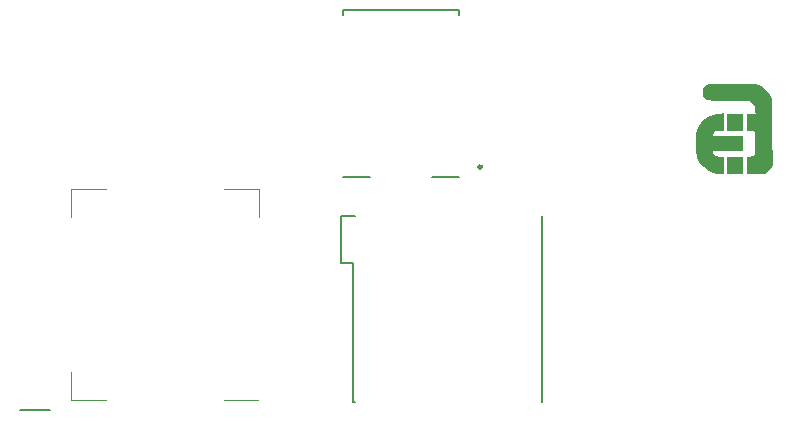
<source format=gbr>
%TF.GenerationSoftware,KiCad,Pcbnew,(5.1.10-1-10_14)*%
%TF.CreationDate,2021-07-19T22:49:48+10:00*%
%TF.ProjectId,samd21_gps_tracker,73616d64-3231-45f6-9770-735f74726163,rev?*%
%TF.SameCoordinates,Original*%
%TF.FileFunction,Legend,Top*%
%TF.FilePolarity,Positive*%
%FSLAX46Y46*%
G04 Gerber Fmt 4.6, Leading zero omitted, Abs format (unit mm)*
G04 Created by KiCad (PCBNEW (5.1.10-1-10_14)) date 2021-07-19 22:49:48*
%MOMM*%
%LPD*%
G01*
G04 APERTURE LIST*
%ADD10C,0.200000*%
%ADD11C,0.127000*%
%ADD12C,0.300000*%
%ADD13C,0.120000*%
%ADD14C,0.010000*%
G04 APERTURE END LIST*
D10*
%TO.C,J4*%
X196890000Y-70575000D02*
X196890000Y-54825000D01*
X181100000Y-70575000D02*
X180930000Y-70575000D01*
X180930000Y-70575000D02*
X180930000Y-58860000D01*
X180930000Y-58860000D02*
X179920000Y-58860000D01*
X179920000Y-58860000D02*
X179920000Y-54825000D01*
X181100000Y-54825000D02*
X179920000Y-54825000D01*
D11*
%TO.C,J6*%
X152700000Y-71300000D02*
X155300000Y-71300000D01*
D12*
%TO.C,U4*%
X191800000Y-50700000D02*
G75*
G03*
X191800000Y-50700000I-100000J0D01*
G01*
D11*
X180125000Y-37425000D02*
X180125000Y-37800000D01*
X189875000Y-37425000D02*
X180125000Y-37425000D01*
X189875000Y-37800000D02*
X189875000Y-37425000D01*
X182350000Y-51575000D02*
X180125000Y-51575000D01*
X189875000Y-51575000D02*
X187650000Y-51575000D01*
D13*
%TO.C,U8*%
X172960000Y-52590000D02*
X170000000Y-52590000D01*
X157040000Y-52590000D02*
X157040000Y-54900000D01*
X157040000Y-52590000D02*
X160000000Y-52590000D01*
X172960000Y-52590000D02*
X172960000Y-54900000D01*
X157040000Y-70410000D02*
X160000000Y-70410000D01*
X157040000Y-70410000D02*
X157040000Y-68100000D01*
X172850000Y-70410000D02*
X170000000Y-70410000D01*
D14*
%TO.C,J7*%
G36*
X213871500Y-47548167D02*
G01*
X212622666Y-47548167D01*
X212622666Y-46193500D01*
X213871500Y-46193500D01*
X213871500Y-47548167D01*
G37*
X213871500Y-47548167D02*
X212622666Y-47548167D01*
X212622666Y-46193500D01*
X213871500Y-46193500D01*
X213871500Y-47548167D01*
G36*
X213000863Y-43680888D02*
G01*
X213381303Y-43682934D01*
X213720397Y-43685210D01*
X214019130Y-43687733D01*
X214278490Y-43690519D01*
X214499463Y-43693583D01*
X214683035Y-43696941D01*
X214830193Y-43700611D01*
X214941923Y-43704607D01*
X215019212Y-43708946D01*
X215063045Y-43713644D01*
X215067416Y-43714519D01*
X215169383Y-43746006D01*
X215292066Y-43796495D01*
X215422179Y-43859775D01*
X215546434Y-43929631D01*
X215599673Y-43963395D01*
X215754710Y-44083974D01*
X215905827Y-44233918D01*
X216043401Y-44401775D01*
X216157808Y-44576093D01*
X216223101Y-44705289D01*
X216238315Y-44740378D01*
X216252022Y-44773154D01*
X216264315Y-44805903D01*
X216275286Y-44840912D01*
X216285028Y-44880466D01*
X216293632Y-44926854D01*
X216301192Y-44982361D01*
X216307799Y-45049274D01*
X216313545Y-45129879D01*
X216318525Y-45226464D01*
X216322828Y-45341313D01*
X216326549Y-45476715D01*
X216329778Y-45634955D01*
X216332610Y-45818320D01*
X216335135Y-46029096D01*
X216337447Y-46269571D01*
X216339637Y-46542030D01*
X216341799Y-46848760D01*
X216344024Y-47192048D01*
X216346404Y-47574180D01*
X216347749Y-47791343D01*
X216364559Y-50500437D01*
X216281732Y-50665170D01*
X216202993Y-50804699D01*
X216118253Y-50915091D01*
X216015852Y-51009165D01*
X215889309Y-51096519D01*
X215732008Y-51194560D01*
X215008129Y-51204850D01*
X214837023Y-51206805D01*
X214679424Y-51207688D01*
X214540317Y-51207543D01*
X214424691Y-51206413D01*
X214337532Y-51204340D01*
X214283828Y-51201368D01*
X214268375Y-51198459D01*
X214264464Y-51173916D01*
X214260903Y-51112282D01*
X214257815Y-51018799D01*
X214255322Y-50898706D01*
X214253548Y-50757247D01*
X214252613Y-50599662D01*
X214252500Y-50520416D01*
X214252500Y-49859054D01*
X214331875Y-49847690D01*
X214398549Y-49839156D01*
X214484001Y-49829517D01*
X214538250Y-49823961D01*
X214677154Y-49806534D01*
X214781180Y-49783648D01*
X214857665Y-49753014D01*
X214913945Y-49712344D01*
X214922026Y-49704273D01*
X214982750Y-49640894D01*
X214982750Y-48701922D01*
X214982695Y-48477971D01*
X214982417Y-48292449D01*
X214981745Y-48141454D01*
X214980508Y-48021081D01*
X214978536Y-47927427D01*
X214975658Y-47856589D01*
X214971703Y-47804662D01*
X214966500Y-47767743D01*
X214959879Y-47741929D01*
X214951669Y-47723315D01*
X214941699Y-47707999D01*
X214939128Y-47704517D01*
X214900247Y-47665142D01*
X214845115Y-47633706D01*
X214767434Y-47608219D01*
X214660909Y-47586690D01*
X214519242Y-47567129D01*
X214495916Y-47564396D01*
X214263083Y-47537583D01*
X214257494Y-46865542D01*
X214251905Y-46193500D01*
X215020863Y-46193500D01*
X215007328Y-45986965D01*
X214991538Y-45803942D01*
X214970115Y-45657854D01*
X214942031Y-45543553D01*
X214906255Y-45455892D01*
X214898232Y-45441355D01*
X214833095Y-45352133D01*
X214741535Y-45257221D01*
X214635798Y-45168149D01*
X214537940Y-45102103D01*
X214432416Y-45040249D01*
X212950750Y-45025959D01*
X212618086Y-45022675D01*
X212325051Y-45019568D01*
X212068940Y-45016532D01*
X211847049Y-45013460D01*
X211656673Y-45010246D01*
X211495108Y-45006783D01*
X211359651Y-45002964D01*
X211247596Y-44998684D01*
X211156240Y-44993835D01*
X211082879Y-44988312D01*
X211024808Y-44982007D01*
X210979322Y-44974814D01*
X210943719Y-44966627D01*
X210915293Y-44957338D01*
X210891340Y-44946843D01*
X210887011Y-44944672D01*
X210767470Y-44862125D01*
X210662621Y-44747232D01*
X210597471Y-44642334D01*
X210567715Y-44577256D01*
X210550183Y-44515348D01*
X210541720Y-44440871D01*
X210539265Y-44352000D01*
X210540459Y-44255069D01*
X210548044Y-44184198D01*
X210565105Y-44123242D01*
X210594733Y-44056058D01*
X210596588Y-44052268D01*
X210688595Y-43912411D01*
X210815446Y-43796590D01*
X210931061Y-43726707D01*
X211040143Y-43671432D01*
X213000863Y-43680888D01*
G37*
X213000863Y-43680888D02*
X213381303Y-43682934D01*
X213720397Y-43685210D01*
X214019130Y-43687733D01*
X214278490Y-43690519D01*
X214499463Y-43693583D01*
X214683035Y-43696941D01*
X214830193Y-43700611D01*
X214941923Y-43704607D01*
X215019212Y-43708946D01*
X215063045Y-43713644D01*
X215067416Y-43714519D01*
X215169383Y-43746006D01*
X215292066Y-43796495D01*
X215422179Y-43859775D01*
X215546434Y-43929631D01*
X215599673Y-43963395D01*
X215754710Y-44083974D01*
X215905827Y-44233918D01*
X216043401Y-44401775D01*
X216157808Y-44576093D01*
X216223101Y-44705289D01*
X216238315Y-44740378D01*
X216252022Y-44773154D01*
X216264315Y-44805903D01*
X216275286Y-44840912D01*
X216285028Y-44880466D01*
X216293632Y-44926854D01*
X216301192Y-44982361D01*
X216307799Y-45049274D01*
X216313545Y-45129879D01*
X216318525Y-45226464D01*
X216322828Y-45341313D01*
X216326549Y-45476715D01*
X216329778Y-45634955D01*
X216332610Y-45818320D01*
X216335135Y-46029096D01*
X216337447Y-46269571D01*
X216339637Y-46542030D01*
X216341799Y-46848760D01*
X216344024Y-47192048D01*
X216346404Y-47574180D01*
X216347749Y-47791343D01*
X216364559Y-50500437D01*
X216281732Y-50665170D01*
X216202993Y-50804699D01*
X216118253Y-50915091D01*
X216015852Y-51009165D01*
X215889309Y-51096519D01*
X215732008Y-51194560D01*
X215008129Y-51204850D01*
X214837023Y-51206805D01*
X214679424Y-51207688D01*
X214540317Y-51207543D01*
X214424691Y-51206413D01*
X214337532Y-51204340D01*
X214283828Y-51201368D01*
X214268375Y-51198459D01*
X214264464Y-51173916D01*
X214260903Y-51112282D01*
X214257815Y-51018799D01*
X214255322Y-50898706D01*
X214253548Y-50757247D01*
X214252613Y-50599662D01*
X214252500Y-50520416D01*
X214252500Y-49859054D01*
X214331875Y-49847690D01*
X214398549Y-49839156D01*
X214484001Y-49829517D01*
X214538250Y-49823961D01*
X214677154Y-49806534D01*
X214781180Y-49783648D01*
X214857665Y-49753014D01*
X214913945Y-49712344D01*
X214922026Y-49704273D01*
X214982750Y-49640894D01*
X214982750Y-48701922D01*
X214982695Y-48477971D01*
X214982417Y-48292449D01*
X214981745Y-48141454D01*
X214980508Y-48021081D01*
X214978536Y-47927427D01*
X214975658Y-47856589D01*
X214971703Y-47804662D01*
X214966500Y-47767743D01*
X214959879Y-47741929D01*
X214951669Y-47723315D01*
X214941699Y-47707999D01*
X214939128Y-47704517D01*
X214900247Y-47665142D01*
X214845115Y-47633706D01*
X214767434Y-47608219D01*
X214660909Y-47586690D01*
X214519242Y-47567129D01*
X214495916Y-47564396D01*
X214263083Y-47537583D01*
X214257494Y-46865542D01*
X214251905Y-46193500D01*
X215020863Y-46193500D01*
X215007328Y-45986965D01*
X214991538Y-45803942D01*
X214970115Y-45657854D01*
X214942031Y-45543553D01*
X214906255Y-45455892D01*
X214898232Y-45441355D01*
X214833095Y-45352133D01*
X214741535Y-45257221D01*
X214635798Y-45168149D01*
X214537940Y-45102103D01*
X214432416Y-45040249D01*
X212950750Y-45025959D01*
X212618086Y-45022675D01*
X212325051Y-45019568D01*
X212068940Y-45016532D01*
X211847049Y-45013460D01*
X211656673Y-45010246D01*
X211495108Y-45006783D01*
X211359651Y-45002964D01*
X211247596Y-44998684D01*
X211156240Y-44993835D01*
X211082879Y-44988312D01*
X211024808Y-44982007D01*
X210979322Y-44974814D01*
X210943719Y-44966627D01*
X210915293Y-44957338D01*
X210891340Y-44946843D01*
X210887011Y-44944672D01*
X210767470Y-44862125D01*
X210662621Y-44747232D01*
X210597471Y-44642334D01*
X210567715Y-44577256D01*
X210550183Y-44515348D01*
X210541720Y-44440871D01*
X210539265Y-44352000D01*
X210540459Y-44255069D01*
X210548044Y-44184198D01*
X210565105Y-44123242D01*
X210594733Y-44056058D01*
X210596588Y-44052268D01*
X210688595Y-43912411D01*
X210815446Y-43796590D01*
X210931061Y-43726707D01*
X211040143Y-43671432D01*
X213000863Y-43680888D01*
G36*
X213860916Y-51199417D02*
G01*
X213256221Y-51205026D01*
X213100272Y-51205982D01*
X212958236Y-51205913D01*
X212835583Y-51204896D01*
X212737784Y-51203010D01*
X212670310Y-51200332D01*
X212638632Y-51196941D01*
X212637096Y-51196207D01*
X212633574Y-51172261D01*
X212630364Y-51111150D01*
X212627573Y-51018039D01*
X212625309Y-50898096D01*
X212623680Y-50756488D01*
X212622796Y-50598382D01*
X212622666Y-50507972D01*
X212622666Y-49834167D01*
X213872086Y-49834167D01*
X213860916Y-51199417D01*
G37*
X213860916Y-51199417D02*
X213256221Y-51205026D01*
X213100272Y-51205982D01*
X212958236Y-51205913D01*
X212835583Y-51204896D01*
X212737784Y-51203010D01*
X212670310Y-51200332D01*
X212638632Y-51196941D01*
X212637096Y-51196207D01*
X212633574Y-51172261D01*
X212630364Y-51111150D01*
X212627573Y-51018039D01*
X212625309Y-50898096D01*
X212623680Y-50756488D01*
X212622796Y-50598382D01*
X212622666Y-50507972D01*
X212622666Y-49834167D01*
X213872086Y-49834167D01*
X213860916Y-51199417D01*
G36*
X212241666Y-47544797D02*
G01*
X212098791Y-47557134D01*
X211925992Y-47572415D01*
X211790336Y-47585393D01*
X211686740Y-47596787D01*
X211610121Y-47607317D01*
X211555397Y-47617702D01*
X211517484Y-47628662D01*
X211491301Y-47640914D01*
X211486801Y-47643730D01*
X211433344Y-47699791D01*
X211388728Y-47786783D01*
X211357833Y-47893488D01*
X211347847Y-47963051D01*
X211338320Y-48071019D01*
X211655775Y-48084759D01*
X211745858Y-48087703D01*
X211871933Y-48090431D01*
X212027659Y-48092874D01*
X212206696Y-48094963D01*
X212402702Y-48096631D01*
X212609337Y-48097807D01*
X212820260Y-48098423D01*
X212922365Y-48098500D01*
X213871500Y-48098500D01*
X213871500Y-49305000D01*
X211334161Y-49305000D01*
X211342766Y-49373792D01*
X211350872Y-49438688D01*
X211360745Y-49517838D01*
X211363884Y-49543024D01*
X211395436Y-49651582D01*
X211458400Y-49733173D01*
X211550500Y-49784969D01*
X211561618Y-49788519D01*
X211617761Y-49799964D01*
X211703353Y-49811077D01*
X211805526Y-49820396D01*
X211885664Y-49825345D01*
X211986742Y-49830839D01*
X212075991Y-49836844D01*
X212142620Y-49842566D01*
X212172875Y-49846503D01*
X212220500Y-49856140D01*
X212220500Y-51210000D01*
X212077625Y-51207823D01*
X211992083Y-51203793D01*
X211882703Y-51194823D01*
X211767475Y-51182502D01*
X211714747Y-51175780D01*
X211426245Y-51118665D01*
X211162377Y-51028125D01*
X210919660Y-50902382D01*
X210694611Y-50739659D01*
X210500406Y-50556008D01*
X210350344Y-50383452D01*
X210231435Y-50213883D01*
X210140261Y-50039060D01*
X210073399Y-49850745D01*
X210027431Y-49640698D01*
X209998935Y-49400681D01*
X209994253Y-49336750D01*
X209988435Y-49217992D01*
X209984506Y-49072871D01*
X209982364Y-48908058D01*
X209981906Y-48730226D01*
X209983030Y-48546048D01*
X209985634Y-48362197D01*
X209989614Y-48185343D01*
X209994869Y-48022162D01*
X210001297Y-47879323D01*
X210008794Y-47763501D01*
X210017259Y-47681368D01*
X210019919Y-47664583D01*
X210053569Y-47541199D01*
X210110813Y-47399278D01*
X210185633Y-47250531D01*
X210272005Y-47106669D01*
X210363910Y-46979404D01*
X210385732Y-46953086D01*
X210563580Y-46763133D01*
X210747921Y-46604194D01*
X210943919Y-46473888D01*
X211156736Y-46369830D01*
X211391536Y-46289637D01*
X211653482Y-46230923D01*
X211947737Y-46191307D01*
X212056458Y-46181733D01*
X212241666Y-46167326D01*
X212241666Y-47544797D01*
G37*
X212241666Y-47544797D02*
X212098791Y-47557134D01*
X211925992Y-47572415D01*
X211790336Y-47585393D01*
X211686740Y-47596787D01*
X211610121Y-47607317D01*
X211555397Y-47617702D01*
X211517484Y-47628662D01*
X211491301Y-47640914D01*
X211486801Y-47643730D01*
X211433344Y-47699791D01*
X211388728Y-47786783D01*
X211357833Y-47893488D01*
X211347847Y-47963051D01*
X211338320Y-48071019D01*
X211655775Y-48084759D01*
X211745858Y-48087703D01*
X211871933Y-48090431D01*
X212027659Y-48092874D01*
X212206696Y-48094963D01*
X212402702Y-48096631D01*
X212609337Y-48097807D01*
X212820260Y-48098423D01*
X212922365Y-48098500D01*
X213871500Y-48098500D01*
X213871500Y-49305000D01*
X211334161Y-49305000D01*
X211342766Y-49373792D01*
X211350872Y-49438688D01*
X211360745Y-49517838D01*
X211363884Y-49543024D01*
X211395436Y-49651582D01*
X211458400Y-49733173D01*
X211550500Y-49784969D01*
X211561618Y-49788519D01*
X211617761Y-49799964D01*
X211703353Y-49811077D01*
X211805526Y-49820396D01*
X211885664Y-49825345D01*
X211986742Y-49830839D01*
X212075991Y-49836844D01*
X212142620Y-49842566D01*
X212172875Y-49846503D01*
X212220500Y-49856140D01*
X212220500Y-51210000D01*
X212077625Y-51207823D01*
X211992083Y-51203793D01*
X211882703Y-51194823D01*
X211767475Y-51182502D01*
X211714747Y-51175780D01*
X211426245Y-51118665D01*
X211162377Y-51028125D01*
X210919660Y-50902382D01*
X210694611Y-50739659D01*
X210500406Y-50556008D01*
X210350344Y-50383452D01*
X210231435Y-50213883D01*
X210140261Y-50039060D01*
X210073399Y-49850745D01*
X210027431Y-49640698D01*
X209998935Y-49400681D01*
X209994253Y-49336750D01*
X209988435Y-49217992D01*
X209984506Y-49072871D01*
X209982364Y-48908058D01*
X209981906Y-48730226D01*
X209983030Y-48546048D01*
X209985634Y-48362197D01*
X209989614Y-48185343D01*
X209994869Y-48022162D01*
X210001297Y-47879323D01*
X210008794Y-47763501D01*
X210017259Y-47681368D01*
X210019919Y-47664583D01*
X210053569Y-47541199D01*
X210110813Y-47399278D01*
X210185633Y-47250531D01*
X210272005Y-47106669D01*
X210363910Y-46979404D01*
X210385732Y-46953086D01*
X210563580Y-46763133D01*
X210747921Y-46604194D01*
X210943919Y-46473888D01*
X211156736Y-46369830D01*
X211391536Y-46289637D01*
X211653482Y-46230923D01*
X211947737Y-46191307D01*
X212056458Y-46181733D01*
X212241666Y-46167326D01*
X212241666Y-47544797D01*
%TD*%
M02*

</source>
